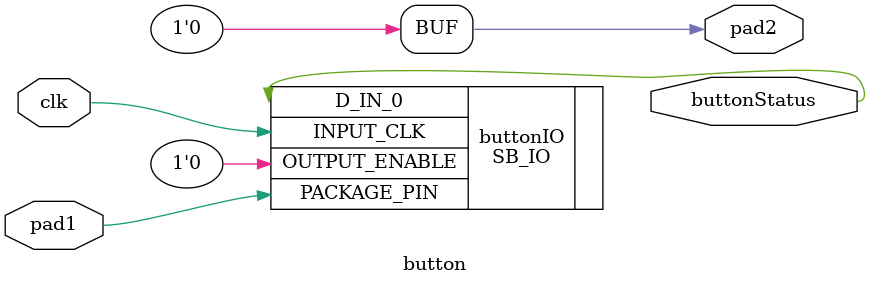
<source format=v>
module button(
    input wire clk,
    input wire pad1,
    output wire pad2,
    output wire buttonStatus
);

    assign pad2 = 1'b0;

    localparam SB_IO_TYPE_SIMPLE_INPUT = 6'b000001;
    SB_IO #(
        .PIN_TYPE(SB_IO_TYPE_SIMPLE_INPUT),
        .PULLUP(1'b1)
    ) buttonIO (
        .PACKAGE_PIN(pad1),
        .OUTPUT_ENABLE(1'b0),
        .INPUT_CLK(clk),
        .D_IN_0(buttonStatus),
    );

endmodule
</source>
